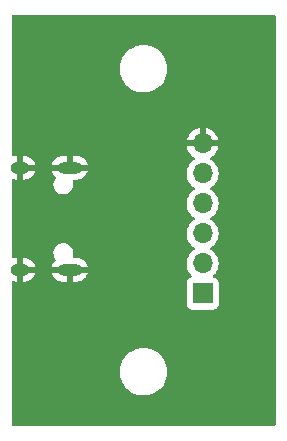
<source format=gbr>
%TF.GenerationSoftware,KiCad,Pcbnew,(6.0.1)*%
%TF.CreationDate,2022-02-05T19:44:41+08:00*%
%TF.ProjectId,Type-C_Ext,54797065-2d43-45f4-9578-742e6b696361,rev?*%
%TF.SameCoordinates,Original*%
%TF.FileFunction,Copper,L2,Bot*%
%TF.FilePolarity,Positive*%
%FSLAX46Y46*%
G04 Gerber Fmt 4.6, Leading zero omitted, Abs format (unit mm)*
G04 Created by KiCad (PCBNEW (6.0.1)) date 2022-02-05 19:44:41*
%MOMM*%
%LPD*%
G01*
G04 APERTURE LIST*
%TA.AperFunction,ComponentPad*%
%ADD10R,1.700000X1.700000*%
%TD*%
%TA.AperFunction,ComponentPad*%
%ADD11O,1.700000X1.700000*%
%TD*%
%TA.AperFunction,ComponentPad*%
%ADD12O,2.100000X1.000000*%
%TD*%
%TA.AperFunction,ComponentPad*%
%ADD13O,1.600000X1.000000*%
%TD*%
%TA.AperFunction,ViaPad*%
%ADD14C,0.800000*%
%TD*%
G04 APERTURE END LIST*
D10*
%TO.P,J2,1,Pin_1*%
%TO.N,VBUS*%
X120060009Y-95733006D03*
D11*
%TO.P,J2,2,Pin_2*%
%TO.N,/CC2*%
X120060009Y-93193006D03*
%TO.P,J2,3,Pin_3*%
%TO.N,/DP*%
X120060009Y-90653006D03*
%TO.P,J2,4,Pin_4*%
%TO.N,/DN*%
X120060009Y-88113006D03*
%TO.P,J2,5,Pin_5*%
%TO.N,/CC1*%
X120060009Y-85573006D03*
%TO.P,J2,6,Pin_6*%
%TO.N,GND*%
X120060009Y-83033006D03*
%TD*%
D12*
%TO.P,J1,S1,SHIELD*%
%TO.N,GND*%
X108794000Y-93728000D03*
X108794000Y-85088000D03*
D13*
X104614000Y-85088000D03*
X104614000Y-93728000D03*
%TD*%
D14*
%TO.N,GND*%
X121158000Y-77216000D03*
X122428000Y-88138000D03*
X124968000Y-88138000D03*
X116586000Y-90170000D03*
X120650000Y-102362000D03*
X117094000Y-82042000D03*
X124968000Y-84328000D03*
X122428000Y-95758000D03*
X112522000Y-82042000D03*
X114554000Y-87122000D03*
X122428000Y-83058000D03*
X122428000Y-90678000D03*
X125222000Y-98552000D03*
X116586000Y-96774000D03*
X110236000Y-101600000D03*
X109474000Y-77724000D03*
X106172000Y-81788000D03*
X120650000Y-105918000D03*
X109220000Y-82042000D03*
X120650000Y-98552000D03*
X106172000Y-73914000D03*
X125222000Y-102362000D03*
X106426000Y-101092000D03*
X124968000Y-77216000D03*
X106680000Y-105156000D03*
X106426000Y-96774000D03*
X114554000Y-90170000D03*
X109982000Y-96774000D03*
X125222000Y-105918000D03*
X121158000Y-73660000D03*
X112522000Y-87122000D03*
X121158000Y-80518000D03*
X124714000Y-73660000D03*
X124968000Y-80518000D03*
X106172000Y-77724000D03*
X104902000Y-89408000D03*
X124968000Y-93218000D03*
X112776000Y-96774000D03*
X104902000Y-87376000D03*
X116586000Y-87122000D03*
X109474000Y-73914000D03*
X109982000Y-105410000D03*
X104902000Y-91440000D03*
X112522000Y-90170000D03*
%TD*%
%TA.AperFunction,Conductor*%
%TO.N,GND*%
G36*
X126180121Y-72156002D02*
G01*
X126226614Y-72209658D01*
X126238000Y-72262000D01*
X126238000Y-106808000D01*
X126217998Y-106876121D01*
X126164342Y-106922614D01*
X126112000Y-106934000D01*
X104012000Y-106934000D01*
X103943879Y-106913998D01*
X103897386Y-106860342D01*
X103886000Y-106808000D01*
X103886000Y-102340924D01*
X113049418Y-102340924D01*
X113049835Y-102348150D01*
X113065179Y-102614257D01*
X113066004Y-102618462D01*
X113066005Y-102618470D01*
X113094848Y-102765483D01*
X113117889Y-102882923D01*
X113119276Y-102886974D01*
X113137275Y-102939544D01*
X113206573Y-103141950D01*
X113208499Y-103145779D01*
X113271495Y-103271032D01*
X113329591Y-103386544D01*
X113332017Y-103390073D01*
X113332020Y-103390079D01*
X113366642Y-103440454D01*
X113484666Y-103612179D01*
X113668929Y-103814681D01*
X113878969Y-103990302D01*
X114110901Y-104135792D01*
X114114803Y-104137554D01*
X114114807Y-104137556D01*
X114356520Y-104246694D01*
X114356524Y-104246696D01*
X114360432Y-104248460D01*
X114364551Y-104249680D01*
X114618832Y-104325002D01*
X114618837Y-104325003D01*
X114622945Y-104326220D01*
X114627179Y-104326868D01*
X114627184Y-104326869D01*
X114889340Y-104366984D01*
X114889342Y-104366984D01*
X114893582Y-104367633D01*
X115032913Y-104369822D01*
X115163045Y-104371867D01*
X115163051Y-104371867D01*
X115167336Y-104371934D01*
X115439141Y-104339042D01*
X115703967Y-104269566D01*
X115956914Y-104164792D01*
X116193301Y-104026658D01*
X116408754Y-103857722D01*
X116453539Y-103811508D01*
X116596303Y-103664186D01*
X116599286Y-103661108D01*
X116601819Y-103657660D01*
X116601823Y-103657655D01*
X116758834Y-103443909D01*
X116761372Y-103440454D01*
X116763418Y-103436686D01*
X116889962Y-103203621D01*
X116889963Y-103203619D01*
X116892012Y-103199845D01*
X116988789Y-102943732D01*
X117049912Y-102676854D01*
X117062031Y-102541075D01*
X117074031Y-102406616D01*
X117074251Y-102404151D01*
X117074692Y-102362000D01*
X117072964Y-102336653D01*
X117056362Y-102093123D01*
X117056361Y-102093117D01*
X117056070Y-102088846D01*
X117000550Y-101820747D01*
X116909157Y-101562664D01*
X116901277Y-101547395D01*
X116785550Y-101323178D01*
X116785549Y-101323177D01*
X116783585Y-101319371D01*
X116781122Y-101315866D01*
X116628619Y-101098877D01*
X116628614Y-101098871D01*
X116626155Y-101095372D01*
X116439782Y-100894811D01*
X116436466Y-100892097D01*
X116436463Y-100892094D01*
X116231233Y-100724114D01*
X116231226Y-100724109D01*
X116227915Y-100721399D01*
X115994472Y-100578345D01*
X115990555Y-100576626D01*
X115990552Y-100576624D01*
X115880232Y-100528197D01*
X115743775Y-100468297D01*
X115739647Y-100467121D01*
X115739644Y-100467120D01*
X115658557Y-100444022D01*
X115480462Y-100393290D01*
X115476220Y-100392686D01*
X115476214Y-100392685D01*
X115277596Y-100364418D01*
X115209406Y-100354713D01*
X115065671Y-100353961D01*
X114939908Y-100353302D01*
X114939902Y-100353302D01*
X114935622Y-100353280D01*
X114931378Y-100353839D01*
X114931374Y-100353839D01*
X114812397Y-100369503D01*
X114664177Y-100389016D01*
X114660037Y-100390149D01*
X114660035Y-100390149D01*
X114644251Y-100394467D01*
X114400093Y-100461261D01*
X114148257Y-100568678D01*
X113913329Y-100709280D01*
X113909978Y-100711964D01*
X113909976Y-100711966D01*
X113898202Y-100721399D01*
X113699657Y-100880463D01*
X113511194Y-101079062D01*
X113351428Y-101301400D01*
X113223314Y-101543364D01*
X113129225Y-101800477D01*
X113070899Y-102067980D01*
X113049418Y-102340924D01*
X103886000Y-102340924D01*
X103886000Y-94821933D01*
X103906002Y-94753812D01*
X103959658Y-94707319D01*
X104029932Y-94697215D01*
X104050099Y-94701831D01*
X104097541Y-94716881D01*
X104109532Y-94719430D01*
X104253761Y-94735607D01*
X104260785Y-94736000D01*
X104341885Y-94736000D01*
X104357124Y-94731525D01*
X104358329Y-94730135D01*
X104360000Y-94722452D01*
X104360000Y-94717885D01*
X104868000Y-94717885D01*
X104872475Y-94733124D01*
X104873865Y-94734329D01*
X104881548Y-94736000D01*
X104960657Y-94736000D01*
X104966805Y-94735699D01*
X105104603Y-94722188D01*
X105116638Y-94719805D01*
X105294076Y-94666233D01*
X105305416Y-94661559D01*
X105469077Y-94574540D01*
X105479294Y-94567751D01*
X105622933Y-94450603D01*
X105631637Y-94441959D01*
X105749784Y-94299144D01*
X105756644Y-94288973D01*
X105844804Y-94125924D01*
X105849556Y-94114619D01*
X105885250Y-93999308D01*
X105885331Y-93993768D01*
X107271425Y-93993768D01*
X107303138Y-94101521D01*
X107307731Y-94112889D01*
X107393607Y-94277154D01*
X107400321Y-94287415D01*
X107516468Y-94431873D01*
X107525046Y-94440632D01*
X107667039Y-94559778D01*
X107677159Y-94566708D01*
X107839585Y-94656002D01*
X107850858Y-94660834D01*
X108027538Y-94716880D01*
X108039532Y-94719430D01*
X108183761Y-94735607D01*
X108190785Y-94736000D01*
X108521885Y-94736000D01*
X108537124Y-94731525D01*
X108538329Y-94730135D01*
X108540000Y-94722452D01*
X108540000Y-94717885D01*
X109048000Y-94717885D01*
X109052475Y-94733124D01*
X109053865Y-94734329D01*
X109061548Y-94736000D01*
X109390657Y-94736000D01*
X109396805Y-94735699D01*
X109534603Y-94722188D01*
X109546638Y-94719805D01*
X109724076Y-94666233D01*
X109735416Y-94661559D01*
X109899077Y-94574540D01*
X109909294Y-94567751D01*
X110052933Y-94450603D01*
X110061637Y-94441959D01*
X110179784Y-94299144D01*
X110186644Y-94288973D01*
X110274804Y-94125924D01*
X110279556Y-94114619D01*
X110315250Y-93999308D01*
X110315456Y-93985205D01*
X110308701Y-93982000D01*
X109066115Y-93982000D01*
X109050876Y-93986475D01*
X109049671Y-93987865D01*
X109048000Y-93995548D01*
X109048000Y-94717885D01*
X108540000Y-94717885D01*
X108540000Y-94000115D01*
X108535525Y-93984876D01*
X108534135Y-93983671D01*
X108526452Y-93982000D01*
X107286076Y-93982000D01*
X107272545Y-93985973D01*
X107271425Y-93993768D01*
X105885331Y-93993768D01*
X105885456Y-93985205D01*
X105878701Y-93982000D01*
X104886115Y-93982000D01*
X104870876Y-93986475D01*
X104869671Y-93987865D01*
X104868000Y-93995548D01*
X104868000Y-94717885D01*
X104360000Y-94717885D01*
X104360000Y-93455885D01*
X104868000Y-93455885D01*
X104872475Y-93471124D01*
X104873865Y-93472329D01*
X104881548Y-93474000D01*
X105871924Y-93474000D01*
X105882839Y-93470795D01*
X107272544Y-93470795D01*
X107279299Y-93474000D01*
X110301924Y-93474000D01*
X110315455Y-93470027D01*
X110316575Y-93462232D01*
X110284862Y-93354479D01*
X110280269Y-93343111D01*
X110194393Y-93178846D01*
X110187679Y-93168585D01*
X110180536Y-93159701D01*
X118697260Y-93159701D01*
X118697557Y-93164854D01*
X118697557Y-93164857D01*
X118707735Y-93341381D01*
X118710119Y-93382721D01*
X118711256Y-93387767D01*
X118711257Y-93387773D01*
X118730042Y-93471124D01*
X118759231Y-93600645D01*
X118843275Y-93807622D01*
X118845974Y-93812026D01*
X118953728Y-93987865D01*
X118959996Y-93998094D01*
X119106259Y-94166944D01*
X119110239Y-94170248D01*
X119114990Y-94174193D01*
X119154625Y-94233096D01*
X119156122Y-94304077D01*
X119119006Y-94364599D01*
X119078733Y-94389118D01*
X118963304Y-94432391D01*
X118846748Y-94519745D01*
X118759394Y-94636301D01*
X118708264Y-94772690D01*
X118701509Y-94834872D01*
X118701509Y-96631140D01*
X118708264Y-96693322D01*
X118759394Y-96829711D01*
X118846748Y-96946267D01*
X118963304Y-97033621D01*
X119099693Y-97084751D01*
X119161875Y-97091506D01*
X120958143Y-97091506D01*
X121020325Y-97084751D01*
X121156714Y-97033621D01*
X121273270Y-96946267D01*
X121360624Y-96829711D01*
X121411754Y-96693322D01*
X121418509Y-96631140D01*
X121418509Y-94834872D01*
X121411754Y-94772690D01*
X121360624Y-94636301D01*
X121273270Y-94519745D01*
X121156714Y-94432391D01*
X121144141Y-94427678D01*
X121038212Y-94387966D01*
X120981448Y-94345324D01*
X120956748Y-94278762D01*
X120971956Y-94209414D01*
X120993502Y-94180733D01*
X121048503Y-94125924D01*
X121098105Y-94076495D01*
X121157603Y-93993695D01*
X121225444Y-93899283D01*
X121228462Y-93895083D01*
X121327439Y-93694817D01*
X121392379Y-93481075D01*
X121421538Y-93259596D01*
X121423165Y-93193006D01*
X121404861Y-92970367D01*
X121350440Y-92753708D01*
X121261363Y-92548846D01*
X121140023Y-92361283D01*
X120989679Y-92196057D01*
X120985628Y-92192858D01*
X120985624Y-92192854D01*
X120818423Y-92060806D01*
X120818419Y-92060804D01*
X120814368Y-92057604D01*
X120773062Y-92034802D01*
X120723093Y-91984370D01*
X120708321Y-91914927D01*
X120733437Y-91848522D01*
X120760789Y-91821915D01*
X120804612Y-91790656D01*
X120939869Y-91694179D01*
X121098105Y-91536495D01*
X121148807Y-91465936D01*
X121225444Y-91359283D01*
X121228462Y-91355083D01*
X121327439Y-91154817D01*
X121392379Y-90941075D01*
X121421538Y-90719596D01*
X121423165Y-90653006D01*
X121404861Y-90430367D01*
X121350440Y-90213708D01*
X121261363Y-90008846D01*
X121140023Y-89821283D01*
X120989679Y-89656057D01*
X120985628Y-89652858D01*
X120985624Y-89652854D01*
X120818423Y-89520806D01*
X120818419Y-89520804D01*
X120814368Y-89517604D01*
X120773062Y-89494802D01*
X120723093Y-89444370D01*
X120708321Y-89374927D01*
X120733437Y-89308522D01*
X120760789Y-89281915D01*
X120804612Y-89250656D01*
X120939869Y-89154179D01*
X121098105Y-88996495D01*
X121157603Y-88913695D01*
X121225444Y-88819283D01*
X121228462Y-88815083D01*
X121327439Y-88614817D01*
X121392379Y-88401075D01*
X121421538Y-88179596D01*
X121423165Y-88113006D01*
X121404861Y-87890367D01*
X121350440Y-87673708D01*
X121261363Y-87468846D01*
X121221915Y-87407868D01*
X121142831Y-87285623D01*
X121142829Y-87285620D01*
X121140023Y-87281283D01*
X120989679Y-87116057D01*
X120985628Y-87112858D01*
X120985624Y-87112854D01*
X120818423Y-86980806D01*
X120818419Y-86980804D01*
X120814368Y-86977604D01*
X120773062Y-86954802D01*
X120723093Y-86904370D01*
X120708321Y-86834927D01*
X120733437Y-86768522D01*
X120760789Y-86741915D01*
X120804612Y-86710656D01*
X120939869Y-86614179D01*
X121098105Y-86456495D01*
X121150232Y-86383953D01*
X121225444Y-86279283D01*
X121228462Y-86275083D01*
X121238161Y-86255460D01*
X121325145Y-86079459D01*
X121325146Y-86079457D01*
X121327439Y-86074817D01*
X121392379Y-85861075D01*
X121421538Y-85639596D01*
X121423165Y-85573006D01*
X121404861Y-85350367D01*
X121350440Y-85133708D01*
X121261363Y-84928846D01*
X121140023Y-84741283D01*
X120989679Y-84576057D01*
X120985628Y-84572858D01*
X120985624Y-84572854D01*
X120818423Y-84440806D01*
X120818419Y-84440804D01*
X120814368Y-84437604D01*
X120772578Y-84414535D01*
X120722607Y-84364103D01*
X120707835Y-84294660D01*
X120732951Y-84228254D01*
X120760303Y-84201647D01*
X120935337Y-84076798D01*
X120943209Y-84070145D01*
X121094061Y-83919818D01*
X121100739Y-83911971D01*
X121225012Y-83739026D01*
X121230322Y-83730189D01*
X121324679Y-83539273D01*
X121328478Y-83529678D01*
X121390386Y-83325916D01*
X121392564Y-83315843D01*
X121393995Y-83304968D01*
X121391784Y-83290784D01*
X121378626Y-83287006D01*
X118743234Y-83287006D01*
X118729703Y-83290979D01*
X118728266Y-83300972D01*
X118758574Y-83435452D01*
X118761654Y-83445281D01*
X118841779Y-83642609D01*
X118846422Y-83651800D01*
X118957703Y-83833394D01*
X118963786Y-83841705D01*
X119103222Y-84002673D01*
X119110589Y-84009889D01*
X119274443Y-84145922D01*
X119282890Y-84151837D01*
X119351978Y-84192209D01*
X119400702Y-84243848D01*
X119413773Y-84313631D01*
X119387042Y-84379402D01*
X119346593Y-84412758D01*
X119333616Y-84419513D01*
X119329483Y-84422616D01*
X119329480Y-84422618D01*
X119174679Y-84538846D01*
X119154974Y-84553641D01*
X119151402Y-84557379D01*
X119024594Y-84690076D01*
X119000638Y-84715144D01*
X118874752Y-84899686D01*
X118780697Y-85102311D01*
X118720998Y-85317576D01*
X118697260Y-85539701D01*
X118697557Y-85544854D01*
X118697557Y-85544857D01*
X118703560Y-85648973D01*
X118710119Y-85762721D01*
X118711256Y-85767767D01*
X118711257Y-85767773D01*
X118720910Y-85810603D01*
X118759231Y-85980645D01*
X118843275Y-86187622D01*
X118959996Y-86378094D01*
X119106259Y-86546944D01*
X119278135Y-86689638D01*
X119348604Y-86730817D01*
X119351454Y-86732482D01*
X119400178Y-86784120D01*
X119413249Y-86853903D01*
X119386518Y-86919675D01*
X119346064Y-86953033D01*
X119333616Y-86959513D01*
X119329483Y-86962616D01*
X119329480Y-86962618D01*
X119197924Y-87061393D01*
X119154974Y-87093641D01*
X119151402Y-87097379D01*
X119016991Y-87238032D01*
X119000638Y-87255144D01*
X118874752Y-87439686D01*
X118780697Y-87642311D01*
X118720998Y-87857576D01*
X118697260Y-88079701D01*
X118697557Y-88084854D01*
X118697557Y-88084857D01*
X118703020Y-88179596D01*
X118710119Y-88302721D01*
X118711256Y-88307767D01*
X118711257Y-88307773D01*
X118731128Y-88395945D01*
X118759231Y-88520645D01*
X118843275Y-88727622D01*
X118959996Y-88918094D01*
X119106259Y-89086944D01*
X119278135Y-89229638D01*
X119348604Y-89270817D01*
X119351454Y-89272482D01*
X119400178Y-89324120D01*
X119413249Y-89393903D01*
X119386518Y-89459675D01*
X119346064Y-89493033D01*
X119333616Y-89499513D01*
X119329483Y-89502616D01*
X119329480Y-89502618D01*
X119305256Y-89520806D01*
X119154974Y-89633641D01*
X119000638Y-89795144D01*
X118874752Y-89979686D01*
X118780697Y-90182311D01*
X118720998Y-90397576D01*
X118697260Y-90619701D01*
X118697557Y-90624854D01*
X118697557Y-90624857D01*
X118703020Y-90719596D01*
X118710119Y-90842721D01*
X118711256Y-90847767D01*
X118711257Y-90847773D01*
X118731128Y-90935945D01*
X118759231Y-91060645D01*
X118843275Y-91267622D01*
X118959996Y-91458094D01*
X119106259Y-91626944D01*
X119278135Y-91769638D01*
X119348604Y-91810817D01*
X119351454Y-91812482D01*
X119400178Y-91864120D01*
X119413249Y-91933903D01*
X119386518Y-91999675D01*
X119346064Y-92033033D01*
X119333616Y-92039513D01*
X119329483Y-92042616D01*
X119329480Y-92042618D01*
X119167877Y-92163953D01*
X119154974Y-92173641D01*
X119000638Y-92335144D01*
X118874752Y-92519686D01*
X118780697Y-92722311D01*
X118720998Y-92937576D01*
X118697260Y-93159701D01*
X110180536Y-93159701D01*
X110071532Y-93024127D01*
X110062954Y-93015368D01*
X109920961Y-92896222D01*
X109910841Y-92889292D01*
X109748415Y-92799998D01*
X109737142Y-92795166D01*
X109560462Y-92739120D01*
X109548468Y-92736570D01*
X109404239Y-92720393D01*
X109397215Y-92720000D01*
X109179023Y-92720000D01*
X109110902Y-92699998D01*
X109064409Y-92646342D01*
X109054305Y-92576068D01*
X109062034Y-92547208D01*
X109068995Y-92529803D01*
X109071530Y-92523466D01*
X109072644Y-92516738D01*
X109072645Y-92516734D01*
X109099993Y-92351539D01*
X109099993Y-92351536D01*
X109101108Y-92344802D01*
X109096203Y-92251198D01*
X109091987Y-92170766D01*
X109091630Y-92163953D01*
X109068304Y-92079266D01*
X109045352Y-91995941D01*
X109043539Y-91989359D01*
X108959078Y-91829164D01*
X108954673Y-91823951D01*
X108954670Y-91823947D01*
X108846594Y-91696057D01*
X108846590Y-91696053D01*
X108842187Y-91690843D01*
X108836762Y-91686695D01*
X108703743Y-91584994D01*
X108703739Y-91584991D01*
X108698322Y-91580850D01*
X108593186Y-91531825D01*
X108540369Y-91507195D01*
X108540366Y-91507194D01*
X108534192Y-91504315D01*
X108527544Y-91502829D01*
X108527541Y-91502828D01*
X108362494Y-91465936D01*
X108362495Y-91465936D01*
X108357457Y-91464810D01*
X108351912Y-91464500D01*
X108218756Y-91464500D01*
X108083963Y-91479143D01*
X108000609Y-91507195D01*
X107918796Y-91534728D01*
X107918794Y-91534729D01*
X107912325Y-91536906D01*
X107757095Y-91630177D01*
X107752138Y-91634865D01*
X107752135Y-91634867D01*
X107692943Y-91690843D01*
X107625515Y-91754607D01*
X107621683Y-91760245D01*
X107621680Y-91760249D01*
X107570740Y-91835205D01*
X107523723Y-91904388D01*
X107456470Y-92072534D01*
X107455356Y-92079262D01*
X107455355Y-92079266D01*
X107435388Y-92199876D01*
X107426892Y-92251198D01*
X107427249Y-92258015D01*
X107427249Y-92258019D01*
X107432151Y-92351539D01*
X107436370Y-92432047D01*
X107438181Y-92438620D01*
X107438181Y-92438623D01*
X107460510Y-92519686D01*
X107484461Y-92606641D01*
X107568922Y-92766836D01*
X107573327Y-92772049D01*
X107573330Y-92772053D01*
X107591694Y-92793783D01*
X107620386Y-92858724D01*
X107609413Y-92928868D01*
X107575092Y-92972754D01*
X107535067Y-93005397D01*
X107526363Y-93014041D01*
X107408216Y-93156856D01*
X107401356Y-93167027D01*
X107313196Y-93330076D01*
X107308444Y-93341381D01*
X107272750Y-93456692D01*
X107272544Y-93470795D01*
X105882839Y-93470795D01*
X105885455Y-93470027D01*
X105886575Y-93462232D01*
X105854862Y-93354479D01*
X105850269Y-93343111D01*
X105764393Y-93178846D01*
X105757679Y-93168585D01*
X105641532Y-93024127D01*
X105632954Y-93015368D01*
X105490961Y-92896222D01*
X105480841Y-92889292D01*
X105318415Y-92799998D01*
X105307142Y-92795166D01*
X105130462Y-92739120D01*
X105118468Y-92736570D01*
X104974239Y-92720393D01*
X104967215Y-92720000D01*
X104886115Y-92720000D01*
X104870876Y-92724475D01*
X104869671Y-92725865D01*
X104868000Y-92733548D01*
X104868000Y-93455885D01*
X104360000Y-93455885D01*
X104360000Y-92738115D01*
X104355525Y-92722876D01*
X104354135Y-92721671D01*
X104346452Y-92720000D01*
X104267343Y-92720000D01*
X104261195Y-92720301D01*
X104123397Y-92733812D01*
X104111362Y-92736195D01*
X104048418Y-92755199D01*
X103977424Y-92755740D01*
X103917407Y-92717812D01*
X103887423Y-92653458D01*
X103886000Y-92634577D01*
X103886000Y-86181933D01*
X103906002Y-86113812D01*
X103959658Y-86067319D01*
X104029932Y-86057215D01*
X104050099Y-86061831D01*
X104097541Y-86076881D01*
X104109532Y-86079430D01*
X104253761Y-86095607D01*
X104260785Y-86096000D01*
X104341885Y-86096000D01*
X104357124Y-86091525D01*
X104358329Y-86090135D01*
X104360000Y-86082452D01*
X104360000Y-86077885D01*
X104868000Y-86077885D01*
X104872475Y-86093124D01*
X104873865Y-86094329D01*
X104881548Y-86096000D01*
X104960657Y-86096000D01*
X104966805Y-86095699D01*
X105104603Y-86082188D01*
X105116638Y-86079805D01*
X105294076Y-86026233D01*
X105305416Y-86021559D01*
X105469077Y-85934540D01*
X105479294Y-85927751D01*
X105622933Y-85810603D01*
X105631637Y-85801959D01*
X105749784Y-85659144D01*
X105756644Y-85648973D01*
X105844804Y-85485924D01*
X105849556Y-85474619D01*
X105885250Y-85359308D01*
X105885331Y-85353768D01*
X107271425Y-85353768D01*
X107303138Y-85461521D01*
X107307731Y-85472889D01*
X107393607Y-85637154D01*
X107400321Y-85647415D01*
X107516468Y-85791873D01*
X107525045Y-85800632D01*
X107577110Y-85844319D01*
X107616436Y-85903428D01*
X107617563Y-85974416D01*
X107600331Y-86011663D01*
X107523723Y-86124388D01*
X107456470Y-86292534D01*
X107455356Y-86299262D01*
X107455355Y-86299266D01*
X107430021Y-86452298D01*
X107426892Y-86471198D01*
X107427249Y-86478015D01*
X107427249Y-86478019D01*
X107435061Y-86627072D01*
X107436370Y-86652047D01*
X107438181Y-86658620D01*
X107438181Y-86658623D01*
X107482648Y-86820059D01*
X107484461Y-86826641D01*
X107568922Y-86986836D01*
X107573327Y-86992049D01*
X107573330Y-86992053D01*
X107681406Y-87119943D01*
X107681410Y-87119947D01*
X107685813Y-87125157D01*
X107691237Y-87129304D01*
X107691238Y-87129305D01*
X107824257Y-87231006D01*
X107824261Y-87231009D01*
X107829678Y-87235150D01*
X107916372Y-87275576D01*
X107987631Y-87308805D01*
X107987634Y-87308806D01*
X107993808Y-87311685D01*
X108000456Y-87313171D01*
X108000459Y-87313172D01*
X108106421Y-87336857D01*
X108170543Y-87351190D01*
X108176088Y-87351500D01*
X108309244Y-87351500D01*
X108444037Y-87336857D01*
X108609171Y-87281283D01*
X108609204Y-87281272D01*
X108609206Y-87281271D01*
X108615675Y-87279094D01*
X108770905Y-87185823D01*
X108775862Y-87181135D01*
X108775865Y-87181133D01*
X108897527Y-87066082D01*
X108897529Y-87066080D01*
X108902485Y-87061393D01*
X108906317Y-87055755D01*
X108906320Y-87055751D01*
X109000442Y-86917255D01*
X109004277Y-86911612D01*
X109071530Y-86743466D01*
X109072644Y-86736738D01*
X109072645Y-86736734D01*
X109099993Y-86571539D01*
X109099993Y-86571536D01*
X109101108Y-86564802D01*
X109100346Y-86550246D01*
X109091987Y-86390766D01*
X109091630Y-86383953D01*
X109088805Y-86373695D01*
X109066449Y-86292534D01*
X109056237Y-86255459D01*
X109057431Y-86184474D01*
X109096814Y-86125401D01*
X109161881Y-86096999D01*
X109177713Y-86096000D01*
X109390657Y-86096000D01*
X109396805Y-86095699D01*
X109534603Y-86082188D01*
X109546638Y-86079805D01*
X109724076Y-86026233D01*
X109735416Y-86021559D01*
X109899077Y-85934540D01*
X109909294Y-85927751D01*
X110052933Y-85810603D01*
X110061637Y-85801959D01*
X110179784Y-85659144D01*
X110186644Y-85648973D01*
X110274804Y-85485924D01*
X110279556Y-85474619D01*
X110315250Y-85359308D01*
X110315456Y-85345205D01*
X110308701Y-85342000D01*
X107286076Y-85342000D01*
X107272545Y-85345973D01*
X107271425Y-85353768D01*
X105885331Y-85353768D01*
X105885456Y-85345205D01*
X105878701Y-85342000D01*
X104886115Y-85342000D01*
X104870876Y-85346475D01*
X104869671Y-85347865D01*
X104868000Y-85355548D01*
X104868000Y-86077885D01*
X104360000Y-86077885D01*
X104360000Y-84815885D01*
X104868000Y-84815885D01*
X104872475Y-84831124D01*
X104873865Y-84832329D01*
X104881548Y-84834000D01*
X105871924Y-84834000D01*
X105882839Y-84830795D01*
X107272544Y-84830795D01*
X107279299Y-84834000D01*
X108521885Y-84834000D01*
X108537124Y-84829525D01*
X108538329Y-84828135D01*
X108540000Y-84820452D01*
X108540000Y-84815885D01*
X109048000Y-84815885D01*
X109052475Y-84831124D01*
X109053865Y-84832329D01*
X109061548Y-84834000D01*
X110301924Y-84834000D01*
X110315455Y-84830027D01*
X110316575Y-84822232D01*
X110284862Y-84714479D01*
X110280269Y-84703111D01*
X110194393Y-84538846D01*
X110187679Y-84528585D01*
X110071532Y-84384127D01*
X110062954Y-84375368D01*
X109920961Y-84256222D01*
X109910841Y-84249292D01*
X109748415Y-84159998D01*
X109737142Y-84155166D01*
X109560462Y-84099120D01*
X109548468Y-84096570D01*
X109404239Y-84080393D01*
X109397215Y-84080000D01*
X109066115Y-84080000D01*
X109050876Y-84084475D01*
X109049671Y-84085865D01*
X109048000Y-84093548D01*
X109048000Y-84815885D01*
X108540000Y-84815885D01*
X108540000Y-84098115D01*
X108535525Y-84082876D01*
X108534135Y-84081671D01*
X108526452Y-84080000D01*
X108197343Y-84080000D01*
X108191195Y-84080301D01*
X108053397Y-84093812D01*
X108041362Y-84096195D01*
X107863924Y-84149767D01*
X107852584Y-84154441D01*
X107688923Y-84241460D01*
X107678706Y-84248249D01*
X107535067Y-84365397D01*
X107526363Y-84374041D01*
X107408216Y-84516856D01*
X107401356Y-84527027D01*
X107313196Y-84690076D01*
X107308444Y-84701381D01*
X107272750Y-84816692D01*
X107272544Y-84830795D01*
X105882839Y-84830795D01*
X105885455Y-84830027D01*
X105886575Y-84822232D01*
X105854862Y-84714479D01*
X105850269Y-84703111D01*
X105764393Y-84538846D01*
X105757679Y-84528585D01*
X105641532Y-84384127D01*
X105632954Y-84375368D01*
X105490961Y-84256222D01*
X105480841Y-84249292D01*
X105318415Y-84159998D01*
X105307142Y-84155166D01*
X105130462Y-84099120D01*
X105118468Y-84096570D01*
X104974239Y-84080393D01*
X104967215Y-84080000D01*
X104886115Y-84080000D01*
X104870876Y-84084475D01*
X104869671Y-84085865D01*
X104868000Y-84093548D01*
X104868000Y-84815885D01*
X104360000Y-84815885D01*
X104360000Y-84098115D01*
X104355525Y-84082876D01*
X104354135Y-84081671D01*
X104346452Y-84080000D01*
X104267343Y-84080000D01*
X104261195Y-84080301D01*
X104123397Y-84093812D01*
X104111362Y-84096195D01*
X104048418Y-84115199D01*
X103977424Y-84115740D01*
X103917407Y-84077812D01*
X103887423Y-84013458D01*
X103886000Y-83994577D01*
X103886000Y-82767189D01*
X118724398Y-82767189D01*
X118725921Y-82775613D01*
X118738301Y-82779006D01*
X119787894Y-82779006D01*
X119803133Y-82774531D01*
X119804338Y-82773141D01*
X119806009Y-82765458D01*
X119806009Y-82760891D01*
X120314009Y-82760891D01*
X120318484Y-82776130D01*
X120319874Y-82777335D01*
X120327557Y-82779006D01*
X121378353Y-82779006D01*
X121391884Y-82775033D01*
X121393189Y-82765953D01*
X121351223Y-82598881D01*
X121347903Y-82589130D01*
X121262981Y-82393820D01*
X121258114Y-82384745D01*
X121142435Y-82205932D01*
X121136145Y-82197763D01*
X120992815Y-82040246D01*
X120985282Y-82033221D01*
X120818148Y-81901228D01*
X120809561Y-81895523D01*
X120623126Y-81792605D01*
X120613714Y-81788375D01*
X120412968Y-81717286D01*
X120402997Y-81714652D01*
X120331846Y-81701978D01*
X120318549Y-81703438D01*
X120314009Y-81717995D01*
X120314009Y-82760891D01*
X119806009Y-82760891D01*
X119806009Y-81716108D01*
X119802091Y-81702764D01*
X119787815Y-81700777D01*
X119749333Y-81706666D01*
X119739297Y-81709057D01*
X119536877Y-81775218D01*
X119527368Y-81779215D01*
X119338472Y-81877548D01*
X119329747Y-81883042D01*
X119159442Y-82010911D01*
X119151735Y-82017754D01*
X119004599Y-82171723D01*
X118998113Y-82179733D01*
X118878107Y-82355655D01*
X118873009Y-82364629D01*
X118783347Y-82557789D01*
X118779784Y-82567476D01*
X118724398Y-82767189D01*
X103886000Y-82767189D01*
X103886000Y-76686924D01*
X113049418Y-76686924D01*
X113049835Y-76694150D01*
X113065179Y-76960257D01*
X113066004Y-76964462D01*
X113066005Y-76964470D01*
X113094848Y-77111483D01*
X113117889Y-77228923D01*
X113119276Y-77232974D01*
X113137275Y-77285544D01*
X113206573Y-77487950D01*
X113208499Y-77491779D01*
X113271495Y-77617032D01*
X113329591Y-77732544D01*
X113332017Y-77736073D01*
X113332020Y-77736079D01*
X113366642Y-77786454D01*
X113484666Y-77958179D01*
X113668929Y-78160681D01*
X113878969Y-78336302D01*
X114110901Y-78481792D01*
X114114803Y-78483554D01*
X114114807Y-78483556D01*
X114356520Y-78592694D01*
X114356524Y-78592696D01*
X114360432Y-78594460D01*
X114364551Y-78595680D01*
X114618832Y-78671002D01*
X114618837Y-78671003D01*
X114622945Y-78672220D01*
X114627179Y-78672868D01*
X114627184Y-78672869D01*
X114889340Y-78712984D01*
X114889342Y-78712984D01*
X114893582Y-78713633D01*
X115032913Y-78715822D01*
X115163045Y-78717867D01*
X115163051Y-78717867D01*
X115167336Y-78717934D01*
X115439141Y-78685042D01*
X115703967Y-78615566D01*
X115956914Y-78510792D01*
X116193301Y-78372658D01*
X116408754Y-78203722D01*
X116453539Y-78157508D01*
X116596303Y-78010186D01*
X116599286Y-78007108D01*
X116601819Y-78003660D01*
X116601823Y-78003655D01*
X116758834Y-77789909D01*
X116761372Y-77786454D01*
X116763418Y-77782686D01*
X116889962Y-77549621D01*
X116889963Y-77549619D01*
X116892012Y-77545845D01*
X116988789Y-77289732D01*
X117049912Y-77022854D01*
X117062031Y-76887075D01*
X117074031Y-76752616D01*
X117074251Y-76750151D01*
X117074692Y-76708000D01*
X117072964Y-76682653D01*
X117056362Y-76439123D01*
X117056361Y-76439117D01*
X117056070Y-76434846D01*
X117000550Y-76166747D01*
X116909157Y-75908664D01*
X116901277Y-75893395D01*
X116785550Y-75669178D01*
X116785549Y-75669177D01*
X116783585Y-75665371D01*
X116781122Y-75661866D01*
X116628619Y-75444877D01*
X116628614Y-75444871D01*
X116626155Y-75441372D01*
X116439782Y-75240811D01*
X116436466Y-75238097D01*
X116436463Y-75238094D01*
X116231233Y-75070114D01*
X116231226Y-75070109D01*
X116227915Y-75067399D01*
X115994472Y-74924345D01*
X115990555Y-74922626D01*
X115990552Y-74922624D01*
X115880232Y-74874197D01*
X115743775Y-74814297D01*
X115739647Y-74813121D01*
X115739644Y-74813120D01*
X115658557Y-74790022D01*
X115480462Y-74739290D01*
X115476220Y-74738686D01*
X115476214Y-74738685D01*
X115277596Y-74710418D01*
X115209406Y-74700713D01*
X115065671Y-74699961D01*
X114939908Y-74699302D01*
X114939902Y-74699302D01*
X114935622Y-74699280D01*
X114931378Y-74699839D01*
X114931374Y-74699839D01*
X114812397Y-74715503D01*
X114664177Y-74735016D01*
X114660037Y-74736149D01*
X114660035Y-74736149D01*
X114644251Y-74740467D01*
X114400093Y-74807261D01*
X114148257Y-74914678D01*
X113913329Y-75055280D01*
X113909978Y-75057964D01*
X113909976Y-75057966D01*
X113898202Y-75067399D01*
X113699657Y-75226463D01*
X113511194Y-75425062D01*
X113351428Y-75647400D01*
X113223314Y-75889364D01*
X113129225Y-76146477D01*
X113070899Y-76413980D01*
X113049418Y-76686924D01*
X103886000Y-76686924D01*
X103886000Y-72262000D01*
X103906002Y-72193879D01*
X103959658Y-72147386D01*
X104012000Y-72136000D01*
X126112000Y-72136000D01*
X126180121Y-72156002D01*
G37*
%TD.AperFunction*%
%TD*%
M02*

</source>
